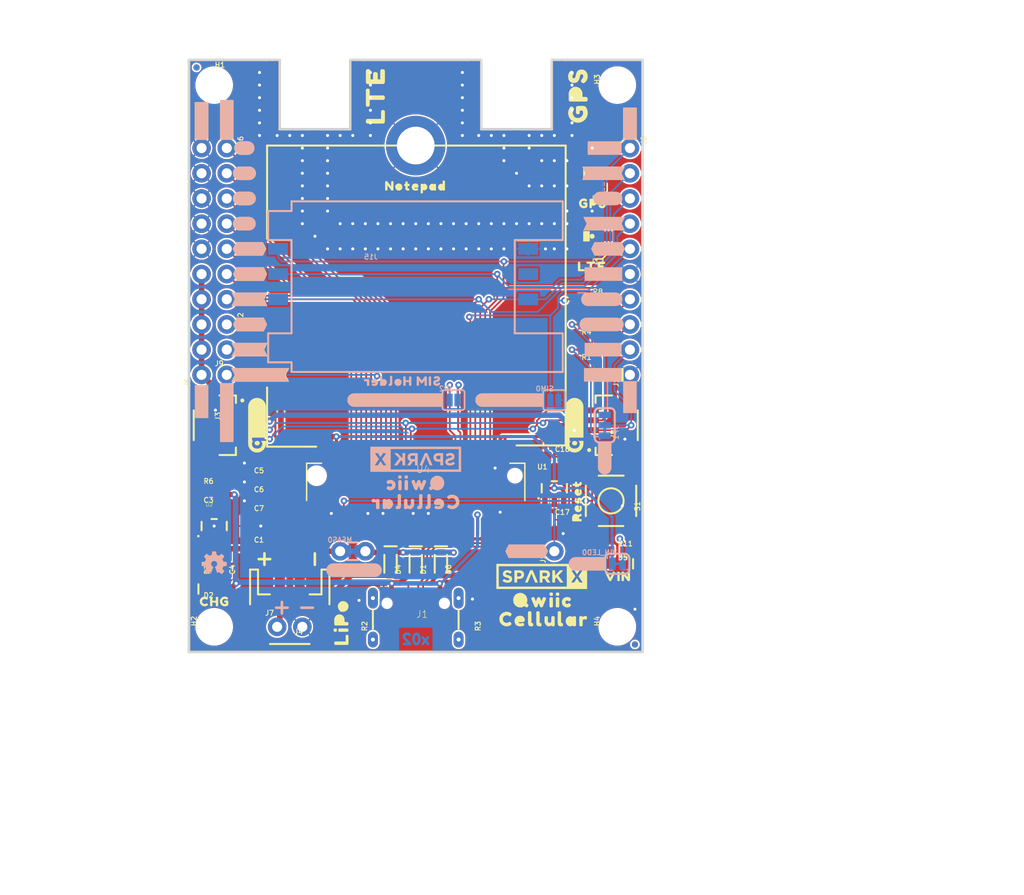
<source format=kicad_pcb>
(kicad_pcb (version 20211014) (generator pcbnew)
  (layers (0 "F.Cu" signal) (31 "B.Cu" signal) (34 "B.Paste" user) (35 "F.Paste" user) (36 "B.SilkS" user "B.Silkscreen") (37 "F.SilkS" user "F.Silkscreen") (38 "B.Mask" user) (39 "F.Mask" user) (44 "Edge.Cuts" user))
  (net 0 "")
  (net 1 "GND")
  (net 2 "3.3V")
  (net 3 "USB_D-")
  (net 4 "USB_D+")
  (net 5 "N$10")
  (net 6 "N$11")
  (net 7 "V_USB")
  (net 8 "SCL")
  (net 9 "SDA")
  (net 10 "N$2")
  (net 11 "N$3")
  (net 12 "TX")
  (net 13 "RX")
  (net 14 "~{RESET}")
  (net 15 "VIN")
  (net 16 "N$7")
  (net 17 "CHG_LED")
  (net 18 "N$4")
  (net 19 "V_BATT")
  (net 20 "N$6")
  (net 21 "N$5")
  (net 22 "SIM_VCC")
  (net 23 "SIM_RST")
  (net 24 "SIM_IO")
  (net 25 "SIM_CLK")
  (net 26 "SIM_~{CD}")
  (net 27 "ATTN")
  (net 28 "AUX_EN")
  (net 29 "AUX_RX")
  (net 30 "AUX_TX")
  (net 31 "AUX1")
  (net 32 "AUX2")
  (net 33 "AUX3")
  (net 34 "AUX4")
  (net 35 "VACT_GPS_IN")
  (net 36 "VACT_GPS_OUT")
  (net 37 "RF_GPS")
  (net 38 "RF_LTE")
  (net 39 "VIN1")
  (net 40 "VIO")
  (footprint "eagleBoard:QWIIC0" (layer "F.Cu") (at 157.2641 129.6416)
    (fp_text reference "U$31" hide)
    (fp_text value "" hide)
  )
  (footprint "eagleBoard:FIDUCIAL-MICRO" (layer "F.Cu") (at 126.4031 75.9206 90)
    (fp_text reference "FD2" hide)
    (fp_text value "FIDUCIALUFIDUCIAL" hide)
  )
  (footprint "eagleBoard:#I�C_#0" (layer "F.Cu") (at 165.9001 106.9086)
    (fp_text reference "U$53" hide)
    (fp_text value "" hide)
  )
  (footprint "eagleBoard:STAND-OFF" (layer "F.Cu") (at 128.1811 132.3086 90)
    (fp_text reference "H2")
    (fp_text value "STAND-OFF")
  )
  (footprint "eagleBoard:CHG1" (layer "F.Cu") (at 126.0221 129.7686)
    (fp_text reference "U$96" hide)
    (fp_text value "" hide)
  )
  (footprint "eagleBoard:1X10_NO_SILK" (layer "F.Cu") (at 126.9111 106.9086 90)
    (fp_text reference "J5")
    (fp_text value "")
  )
  (footprint "eagleBoard:0603" (layer "F.Cu") (at 154.2161 131.6736 -90)
    (fp_text reference "R3")
    (fp_text value "5.1k")
  )
  (footprint "eagleBoard:NOTEPAD0" (layer "F.Cu") (at 144.6911 87.8586)
    (fp_text reference "U$20" hide)
    (fp_text value "" hide)
  )
  (footprint "eagleBoard:RESET1" (layer "F.Cu") (at 164.7571 122.4026 90)
    (fp_text reference "U$92" hide)
    (fp_text value "" hide)
  )
  (footprint "eagleBoard:#ATTN#2" (layer "F.Cu") (at 129.9591 106.9086)
    (fp_text reference "U$50" hide)
    (fp_text value "" hide)
  )
  (footprint "eagleBoard:0603" (layer "F.Cu") (at 126.9111 125.9586 -90)
    (fp_text reference "R7")
    (fp_text value "1k")
  )
  (footprint "eagleBoard:1X04_NO_SILK" (layer "F.Cu") (at 170.0911 106.9086 90)
    (fp_text reference "J14")
    (fp_text value "I2C")
  )
  (footprint "eagleBoard:#GND#0" (layer "F.Cu") (at 126.9111 83.5406 90)
    (fp_text reference "U$22" hide)
    (fp_text value "" hide)
  )
  (footprint "eagleBoard:#SIM#0" (layer "F.Cu") (at 170.0911 83.5406 90)
    (fp_text reference "U$51" hide)
    (fp_text value "" hide)
  )
  (footprint "eagleBoard:USB-C-16P-2LAYER-PADS" (layer "F.Cu") (at 148.5011 128.4986)
    (fp_text reference "J1")
    (fp_text value "" hide)
  )
  (footprint "eagleBoard:GPS_0" (layer "F.Cu") (at 164.8841 82.9056 90)
    (fp_text reference "U$7" hide)
    (fp_text value "" hide)
  )
  (footprint "eagleBoard:SOT23-5" (layer "F.Cu") (at 162.4711 118.3386)
    (fp_text reference "U1")
    (fp_text value "STLQ015-3.3V")
  )
  (footprint "eagleBoard:TACTILE_SWITCH_SMD_5.2MM" (layer "F.Cu") (at 168.1861 119.6086 -90)
    (fp_text reference "S1")
    (fp_text value "Reset")
  )
  (footprint "eagleBoard:0603-RES" (layer "F.Cu") (at 166.2811 99.2886)
    (fp_text reference "R8")
    (fp_text value "DNP" hide)
  )
  (footprint "eagleBoard:FIDUCIAL-MICRO" (layer "F.Cu") (at 170.5991 134.0866 90)
    (fp_text reference "FD1" hide)
    (fp_text value "FIDUCIALUFIDUCIAL" hide)
  )
  (footprint "eagleBoard:1X01_NO_SILK" (layer "F.Cu") (at 162.4711 124.6886 90)
    (fp_text reference "J13")
    (fp_text value "")
  )
  (footprint "eagleBoard:SOD-323" (layer "F.Cu") (at 145.9611 125.9586 -90)
    (fp_text reference "D4")
    (fp_text value "3A/10V/280mV")
  )
  (footprint "eagleBoard:1X07_NO_SILK" (layer "F.Cu") (at 129.4511 84.0486 -90)
    (fp_text reference "J16")
    (fp_text value "")
  )
  (footprint "eagleBoard:SMA-EDGE-SMD" (layer "F.Cu") (at 138.3411 75.1586)
    (fp_text reference "E3" hide)
    (fp_text value "SMA" hide)
  )
  (footprint "eagleBoard:LTE1" (layer "F.Cu") (at 164.1221 95.9866)
    (fp_text reference "U$59" hide)
    (fp_text value "" hide)
  )
  (footprint "eagleBoard:0603" (layer "F.Cu") (at 128.1811 117.0686 180)
    (fp_text reference "R6")
    (fp_text value "2.2k")
  )
  (footprint "eagleBoard:#AUX#0" (layer "F.Cu") (at 129.4511 83.5406 90)
    (fp_text reference "U$40" hide)
    (fp_text value "" hide)
  )
  (footprint "eagleBoard:VIN1" (layer "F.Cu") (at 166.9161 127.2286)
    (fp_text reference "U$94" hide)
    (fp_text value "" hide)
  )
  (footprint "eagleBoard:1210" (layer "F.Cu") (at 133.2611 122.1486 180)
    (fp_text reference "C1")
    (fp_text value "22uF")
  )
  (footprint "eagleBoard:STAND-OFF" (layer "F.Cu") (at 168.8211 132.3086 90)
    (fp_text reference "H4")
    (fp_text value "STAND-OFF")
  )
  (footprint "eagleBoard:GPS0" (layer "F.Cu") (at 164.2491 89.6366)
    (fp_text reference "U$58" hide)
    (fp_text value "" hide)
  )
  (footprint "eagleBoard:JST-2-SMD" (layer "F.Cu") (at 135.8011 131.0386 180)
    (fp_text reference "J4")
    (fp_text value "")
  )
  (footprint "eagleBoard:#1#1" (layer "F.Cu") (at 130.2131 84.0486)
    (fp_text reference "U$41" hide)
    (fp_text value "" hide)
  )
  (footprint "eagleBoard:QWIIC_5.5MM" (layer "F.Cu") (at 132.4991 111.9886 90)
    (fp_text reference "LOGO5" hide)
    (fp_text value "QWIIC_LOGO_CONNECTOR" hide)
  )
  (footprint "eagleBoard:SOD-323" (layer "F.Cu") (at 148.5011 125.9586 -90)
    (fp_text reference "D1")
    (fp_text value "3A/10V/280mV")
  )
  (footprint "eagleBoard:0603" (layer "F.Cu") (at 142.7861 131.6736 -90)
    (fp_text reference "R2")
    (fp_text value "5.1k")
  )
  (footprint "eagleBoard:1X06_NO_SILK" (layer "F.Cu") (at 170.0911 84.0486 -90)
    (fp_text reference "J6")
    (fp_text value "External SIM")
  )
  (footprint "eagleBoard:0603" (layer "F.Cu") (at 168.8211 124.6886)
    (fp_text reference "R11")
    (fp_text value "1k")
  )
  (footprint "eagleBoard:SPARKX-MEDIUM" (layer "F.Cu") (at 161.2011 127.2286)
    (fp_text reference "U$56" hide)
    (fp_text value "SPARKX-LOGO4" hide)
  )
  (footprint "eagleBoard:1X02_NO_SILK" (layer "F.Cu") (at 129.4511 101.8286 -90)
    (fp_text reference "J2")
    (fp_text value "")
  )
  (footprint "eagleBoard:STAND-OFF" (layer "F.Cu") (at 168.8211 77.6986 90)
    (fp_text reference "H3")
    (fp_text value "STAND-OFF")
  )
  (footprint "eagleBoard:STAND-OFF" (layer "F.Cu") (at 128.1811 77.6986)
    (fp_text reference "H1")
    (fp_text value "STAND-OFF")
  )
  (footprint "eagleBoard:#4#4" (layer "F.Cu") (at 130.0861 91.6686)
    (fp_text reference "U$44" hide)
    (fp_text value "" hide)
  )
  (footprint "eagleBoard:#RX#0" (layer "F.Cu") (at 130.0861 101.8286)
    (fp_text reference "U$48" hide)
    (fp_text value "" hide)
  )
  (footprint "eagleBoard:#TX#1" (layer "F.Cu") (at 129.9591 104.3686)
    (fp_text reference "U$49" hide)
    (fp_text value "" hide)
  )
  (footprint "eagleBoard:JST04_1MM_RA" (layer "F.Cu") (at 166.2811 111.9886 90)
    (fp_text reference "J8")
    (fp_text value "QWIIC_RIGHT_ANGLE")
  )
  (footprint "eagleBoard:0603" (layer "F.Cu") (at 133.2611 117.7036 180)
    (fp_text reference "C6")
    (fp_text value "0.1uF")
  )
  (footprint "eagleBoard:0603" (layer "F.Cu") (at 166.2811 101.8286 180)
    (fp_text reference "R4")
    (fp_text value "2.2k")
  )
  (footprint "eagleBoard:QWIIC_5.5MM" (layer "F.Cu") (at 164.5031 111.9886 90)
    (fp_text reference "LOGO2" hide)
    (fp_text value "QWIIC_LOGO_CONNECTOR" hide)
  )
  (footprint "eagleBoard:#RX#6" (layer "F.Cu") (at 130.0861 96.7486)
    (fp_text reference "U$46" hide)
    (fp_text value "" hide)
  )
  (footprint "eagleBoard:LTE_1" (layer "F.Cu") (at 144.4371 83.0326 90)
    (fp_text reference "U$12" hide)
    (fp_text value "" hide)
  )
  (footprint "eagleBoard:#2#2" (layer "F.Cu") (at 130.0861 86.5886)
    (fp_text reference "U$42" hide)
    (fp_text value "" hide)
  )
  (footprint "eagleBoard:SOD-323" (layer "F.Cu") (at 151.0411 125.9586 -90)
    (fp_text reference "D6")
    (fp_text value "3A/10V/280mV")
  )
  (footprint "eagleBoard:U.FL" (layer "F.Cu") (at 166.2811 86.5886 180)
    (fp_text reference "J10")
    (fp_text value "U.FL")
  )
  (footprint "eagleBoard:SMA-EDGE-SMD" (layer "F.Cu") (at 158.6611 75.1586)
    (fp_text reference "E4" hide)
    (fp_text value "SMA" hide)
  )
  (footprint "eagleBoard:#3#3" (layer "F.Cu") (at 130.0861 89.1286)
    (fp_text reference "U$43" hide)
    (fp_text value "" hide)
  )
  (footprint "eagleBoard:STAND-OFF-REFLOW-M2.5" (layer "F.Cu") (at 148.5011 83.7946)
    (fp_text reference "H5" hide)
    (fp_text value "STAND-OFF" hide)
  )
  (footprint "eagleBoard:SOT23-5" (layer "F.Cu") (at 128.1811 122.1486)
    (fp_text reference "U2")
    (fp_text value "MCP73831")
  )
  (footprint "eagleBoard:M.2-CONNECTOR-E" (layer "F.Cu") (at 148.5011 117.0686)
    (fp_text reference "U4")
    (fp_text value "BLUES NOTECARD")
  )
  (footprint "eagleBoard:0603" (layer "F.Cu") (at 129.4511 125.9586 -90)
    (fp_text reference "C4")
    (fp_text value "4.7uF")
  )
  (footprint "eagleBoard:1X01_NO_SILK" (layer "F.Cu") (at 129.4511 106.9086)
    (fp_text reference "J9")
    (fp_text value "")
  )
  (footprint "eagleBoard:#TX#5" (layer "F.Cu") (at 129.9591 99.2886)
    (fp_text reference "U$47" hide)
    (fp_text value "" hide)
  )
  (footprint "eagleBoard:0603" (layer "F.Cu") (at 133.2611 115.7986 180)
    (fp_text reference "C5")
    (fp_text value "1.0uF")
  )
  (footprint "eagleBoard:JST04_1MM_RA" (layer "F.Cu") (at 130.7211 111.9886 -90)
    (fp_text reference "J3")
    (fp_text value "QWIIC_RIGHT_ANGLE")
  )
  (footprint "eagleBoard:0603" (layer "F.Cu") (at 166.2811 104.3686 180)
    (fp_text reference "R1")
    (fp_text value "2.2k")
  )
  (footprint "eagleBoard:#EN#0" (layer "F.Cu") (at 130.0861 94.2086)
    (fp_text reference "U$45" hide)
    (fp_text value "" hide)
  )
  (footprint "eagleBoard:LED-0603" (layer "F.Cu") (at 168.8211 125.9586)
    (fp_text reference "D5")
    (fp_text value "RED")
  )
  (footprint "eagleBoard:CREATIVE_COMMONS" (layer "F.Cu") (at 126.9111 158.9786)
    (fp_text reference "FRAME1" hide)
    (fp_text value "FRAME-LEDGER" hide)
  )
  (footprint "eagleBoard:CELLULAR1" (layer "F.Cu") (at 155.8671 131.5466)
    (fp_text reference "U$29" hide)
    (fp_text value "" hide)
  )
  (footprint "eagleBoard:LED-0603" (layer "F.Cu") (at 128.1811 128.4986 180)
    (fp_text reference "D2")
    (fp_text value "Yellow")
  )
  (footprint "eagleBoard:U.FL" (layer "F.Cu") (at 166.2811 92.9386 180)
    (fp_text reference "J12")
    (fp_text value "U.FL")
  )
  (footprint "eagleBoard:0603" (layer "F.Cu") (at 133.2611 119.6086 180)
    (fp_text reference "C7")
    (fp_text value "0.22uF")
  )
  (footprint "eagleBoard:0603" (layer "F.Cu") (at 162.4711 121.5136)
    (fp_text reference "C17")
    (fp_text value "1.0uF")
  )
  (footprint "eagleBoard:LIPO0" (layer "F.Cu") (at 141.0081 135.2296 90)
    (fp_text reference "U$15" hide)
    (fp_text value "" hide)
  )
  (footprint "eagleBoard:0603" (layer "F.Cu") (at 128.1811 118.9736 180)
    (fp_text reference "C3")
    (fp_text value "4.7uF")
  )
  (footprint "eagleBoard:0603" (layer "F.Cu") (at 162.4711 115.1636)
    (fp_text reference "C18")
    (fp_text value "1.0uF")
  )
  (footprint "eagleBoard:1X02_NO_SILK" (layer "F.Cu") (at 134.5311 132.3086)
    (fp_text reference "J7")
    (fp_text value "")
  )
  (footprint "eagleBoard:#GND#0" (layer "B.Cu") (at 126.9111 83.5406 90)
    (fp_text reference "U$18" hide)
    (fp_text value "" hide)
  )
  (footprint "eagleBoard:#TX#1" (layer "B.Cu") (at 133.5151 104.3686 180)
    (fp_text reference "U$54" hide)
    (fp_text value "" hide)
  )
  (footprint "eagleBoard:COMBO-JUMPER_2_NC_TRACE" (layer "B.Cu") (at 142.1511 124.6886 180)
    (fp_text reference "MEAS0")
    (fp_text value "")
  )
  (footprint "eagleBoard:#RX#0" (layer "B.Cu") (at 133.5151 101.8286 180)
    (fp_text reference "U$52" hide)
    (fp_text value "" hide)
  )
  (footprint "eagleBoard:SMT-JUMPER_3_2-NC_TRACE_SILK" (layer "B.Cu") (at 167.5511 111.9886 90)
    (fp_text reference "JP1")
    (fp_text value "")
  )
  (footprint "eagleBoard:#AUX#0" (layer "B.Cu") (at 129.4511 83.5406 90)
    (fp_text reference "U$11" hide)
    (fp_text value "" hide)
  )
  (footprint "eagleBoard:#SIM_CD#0" (layer "B.Cu") (at 161.7091 109.4486 180)
    (fp_text reference "U$25" hide)
    (fp_text value "" hide)
  )
  (footprint "eagleBoard:OSHW-LOGO-MINI" (layer "B.Cu") (at 128.1811 125.9586 180)
    (fp_text reference "LOGO3" hide)
    (fp_text value "OSHW-LOGOMINI" hide)
  )
  (footprint "eagleBoard:CELLULAR1" (layer "B.Cu") (at 153.9621 119.7356 180)
    (fp_text reference "U$32" hide)
    (fp_text value "" hide)
  )
  (footprint "eagleBoard:FIDUCIAL-MICRO" (layer "B.Cu") (at 170.5991 134.0866 -90)
    (fp_text reference "FD3" hide)
    (fp_text value "FIDUCIALUFIDUCIAL" hide)
  )
  (footprint "eagleBoard:SMT-JUMPER_2_NO_SILK" (layer "B.Cu") (at 162.4711 109.4486 180)
    (fp_text reference "SIM0")
    (fp_text value "")
  )
  (footprint "eagleBoard:#CLK#3" (layer "B.Cu") (at 169.5831 91.6686 180)
    (fp_text reference "U$36" hide)
    (fp_text value "" hide)
  )
  (footprint "eagleBoard:#IO#2" (layer "B.Cu") (at 169.3291 89.1286 180)
    (fp_text reference "U$37" hide)
    (fp_text value "" hide)
  )
  (footprint "eagleBoard:SMT-JUMPER_2_NO_SILK" (layer "B.Cu") (at 152.3111 109.4486 180)
    (fp_text reference "JP2")
    (fp_text value "GPS_ANT_PWR")
  )
  (footprint "eagleBoard:#3V3#2" (layer "B.Cu") (at 169.5831 104.3686 180)
    (fp_text reference "U$2" hide)
    (fp_text value "" hide)
  )
  (footprint "eagleBoard:#EN#0" (layer "B.Cu") (at 133.3881 94.2086 180)
    (fp_text reference "U$19" hide)
    (fp_text value "" hide)
  )
  (footprint "eagleBoard:#RST#0" (layer "B.Cu") (at 161.8361 124.6886 180)
    (fp_text reference "U$30" hide)
    (fp_text value "" hide)
  )
  (footprint "eagleBoard:#GND#0" (layer "B.Cu") (at 169.6466 96.7486 180)
    (fp_text reference "U$3" hide)
    (fp_text value "" hide)
  )
  (footprint "eagleBoard:#VIN#0" (layer "B.Cu") (at 126.9111 111.6076 90)
    (fp_text reference "U$23" hide)
    (fp_text value "" hide)
  )
  (footprint "eagleBoard:SPARKX-MEDIUM" (layer "B.Cu") (at 148.5011 115.4176 180)
    (fp_text reference "U$57" hide)
    (fp_text value "SPARKX-LOGO4" hide)
  )
  (footprint "eagleBoard:QWIIC0" (layer "B.Cu") (at 152.4381 117.8306 180)
    (fp_text reference "U$26" hide)
    (fp_text value "" hide)
  )
  (footprint "eagleBoard:#2#2" (layer "B.Cu") (at 132.3721 86.5886 180)
    (fp_text reference "U$4" hide)
    (fp_text value "" hide)
  )
  (footprint "eagleBoard:#1#1" (layer "B.Cu") (at 132.2451 84.0486 180)
    (fp_text reference "U$1" hide)
    (fp_text value "" hide)
  )
  (footprint "eagleBoard:SIMHOLDER" (layer "B.Cu") (at 147.2311 98.0186)
    (fp_text reference "J15")
    (fp_text value "SIM Socket")
  )
  (footprint "eagleBoard:#MEAS#3" (layer "B.Cu") (at 145.0721 126.5936 180)
    (fp_text reference "U$28" hide)
    (fp_text value "" hide)
  )
  (footprint "eagleBoard:#ATTN#2" (layer "B.Cu") (at 135.6741 106.9086 180)
    (fp_text reference "U$55" hide)
    (fp_text value "" hide)
  )
  (footprint "eagleBoard:#4#4" (layer "B.Cu") (at 132.3721 91.6686 180)
    (fp_text reference "U$6" hide)
    (fp_text value "" hide)
  )
  (footprint "eagleBoard:#3#3" (layer "B.Cu") (at 132.3721 89.1286 180)
    (fp_text reference "U$5" hide)
    (fp_text value "" hide)
  )
  (footprint "eagleBoard:#SCL#1" (layer "B.Cu") (at 169.3291 99.2886 180)
    (fp_text reference "U$17" hide)
    (fp_text value "" hide)
  )
  (footprint "eagleBoard:#SERIAL#1" (layer "B.Cu") (at 129.4511 114.0206 90)
    (fp_text reference "U$8" hide)
    (fp_text value "" hide)
  )
  (footprint "eagleBoard:#SDA#0" (layer "B.Cu") (at 169.4561 101.8286 180)
    (fp_text reference "U$21" hide)
    (fp_text value "" hide)
  )
  (footprint "eagleBoard:#1V8#4" (layer "B.Cu") (at 169.5831 84.0486 180)
    (fp_text reference "U$35" hide)
    (fp_text value "" hide)
  )
  (footprint "eagleBoard:#VIN#1" (layer "B.Cu") (at 167.9321 125.9586 180)
    (fp_text reference "U$33" hide)
    (fp_text value "" hide)
  )
  (footprint "eagleBoard:#SIM#0" (layer "B.Cu") (at 170.0911 83.5406 90)
    (fp_text reference "U$39" hide)
    (fp_text value "" hide)
  )
  (footprint "eagleBoard:#RX#6" (layer "B.Cu") (at 133.5151 96.7486 180)
    (fp_text reference "U$14" hide)
    (fp_text value "" hide)
  )
  (footprint "eagleBoard:FIDUCIAL-MICRO" (layer "B.Cu") (at 126.4031 75.9206 -90)
    (fp_text reference "FD4" hide)
    (fp_text value "FIDUCIALUFIDUCIAL" hide)
  )
  (footprint "eagleBoard:#I�C_#0" (layer "B.Cu") (at 170.0911 111.0996 90)
    (fp_text reference "U$9" hide)
    (fp_text value "" hide)
  )
  (footprint "eagleBoard:#TX#5" (layer "B.Cu") (at 133.5151 99.2886 180)
    (fp_text reference "U$16" hide)
    (fp_text value "" hide)
  )
  (footprint "eagleBoard:#RST#5" (layer "B.Cu") (at 169.5831 86.5886 180)
    (fp_text reference "U$38" hide)
    (fp_text value "" hide)
  )
  (footprint "eagleBoard:SIM_HOLDER0" (layer "B.Cu") (at 151.6761 107.5436 180)
    (fp_text reference "U$27" hide)
    (fp_text value "" hide)
  )
  (footprint "eagleBoard:SMT-JUMPER_2_NC_TRACE_SILK" (layer "B.Cu") (at 168.8211 125.9586 180)
    (fp_text reference "VIN_LED0")
    (fp_text value "")
  )
  (footprint "eagleBoard:#I�C#0" (layer "B.Cu") (at 167.5511 116.9416 90)
    (fp_text reference "U$10" hide)
    (fp_text value "" hide)
  )
  (footprint "eagleBoard:#GND#3" (layer "B.Cu") (at 169.5831 106.9086 180)
    (fp_text reference "U$13" hide)
    (fp_text value "" hide)
  )
  (footprint "eagleBoard:#VACT_GPS#0" (layer "B.Cu") (at 151.5491 109.4486 180)
    (fp_text reference "U$24" hide)
    (fp_text value "" hide)
  )
  (footprint "eagleBoard:##CD##1" (layer "B.Cu") (at 169.5831 94.2086 180)
    (fp_text reference "U$34" hide)
    (fp_text value "" hide)
  )
  (gr_line (start 163.6141 114.0206) (end 158.6611 114.0206) (layer "F.SilkS") (width 0.2032))
  (gr_line (start 138.4681 114.1476) (end 133.5151 114.1476) (layer "F.SilkS") (width 0.2032))
  (gr_line (start 133.5151 108.1786) (end 133.5151 114.1476) (layer "F.SilkS") (width 0.2032))
  (gr_line (start 133.5151 83.7946) (end 163.6141 83.7946) (layer "F.SilkS") (width 0.2032))
  (gr_line (start 163.6141 83.7946) (end 163.6141 114.0206) (layer "F.SilkS") (width 0.2032))
  (gr_line (start 133.5151 93.1926) (end 133.5151 83.7946) (layer "F.SilkS") (width 0.2032))
  (gr_line (start 155.1051 82.1436) (end 162.2171 82.1436) (layer "Edge.Cuts") (width 0.254))
  (gr_line (start 125.6411 134.8486) (end 125.6411 75.1586) (layer "Edge.Cuts") (width 0.254))
  (gr_line (start 125.6411 75.1586) (end 134.7851 75.1586) (layer "Edge.Cuts") (width 0.254))
  (gr_line (start 141.8971 82.1436) (end 141.8971 75.1586) (layer "Edge.Cuts") (width 0.254))
  (gr_line (start 155.1051 75.1586) (end 155.1051 82.1436) (layer "Edge.Cuts") (width 0.254))
  (gr_line (start 171.3611 75.1586) (end 171.3611 134.8486) (layer "Edge.Cuts") (width 0.254))
  (gr_line (start 134.7851 75.1586) (end 134.7851 82.1436) (layer "Edge.Cuts") (width 0.254))
  (gr_line (start 171.3611 134.8486) (end 125.6411 134.8486) (layer "Edge.Cuts") (width 0.254))
  (gr_line (start 162.2171 75.1586) (end 171.3611 75.1586) (layer "Edge.Cuts") (width 0.254))
  (gr_line (start 141.8971 75.1586) (end 155.1051 75.1586) (layer "Edge.Cuts") (width 0.254))
  (gr_line (start 162.2171 82.1436) (end 162.2171 75.1586) (layer "Edge.Cuts") (width 0.254))
  (gr_line (start 134.7851 82.1436) (end 141.8971 82.1436) (layer "Edge.Cuts") (width 0.254))
  (gr_text "x02" (at 148.5011 133.5786) (layer "B.Cu") (effects (font (size 1.016 1.016) (thickness 0.254)) (justify mirror)))
  (gr_text "-" (at 136.4361 129.3876) (layer "B.SilkS") (effects (font (size 1.5113 1.5113) (thickness 0.2667)) (justify right top mirror)))
  (gr_text "+" (at 133.8961 129.3876) (layer "B.SilkS") (effects (font (size 1.5113 1.5113) (thickness 0.2667)) (justify right top mirror)))
  (gr_text "-" (at 139.1031 126.5936 90) (layer "F.SilkS") (effects (font (size 1.5113 1.5113) (thickness 0.2667)) (justify left bottom)))
  (gr_text "+" (at 134.0231 126.5936 90) (layer "F.SilkS") (effects (font (size 1.5113 1.5113) (thickness 0.2667)) (justify left bottom)))
  (via (at 161.2011 85.3186) (size 0.6604) (drill 0.3048) (layers "F.Cu" "B.Cu") (net 1))
  (via (at 137.0711 84.0486) (size 0.6604) (drill 0.3048) (layers "F.Cu" "B.Cu") (net 1))
  (via (at 144.6911 94.2086) (size 0.6604) (drill 0.3048) (layers "F.Cu" "B.Cu") (net 1))
  (via (at 162.4711 85.3186) (size 0.6604) (drill 0.3048) (layers "F.Cu" "B.Cu") (net 1))
  (via (at 140.8811 82.7786) (size 0.6604) (drill 0.3048) (layers "F.Cu" "B.Cu") (net 1))
  (via (at 137.0711 82.7786) (size 0.6604) (drill 0.3048) (layers "F.Cu" "B.Cu") (net 1))
  (via (at 163.7411 91.6686) (size 0.6604) (drill 0.3048) (layers "F.Cu" "B.Cu") (net 1))
  (via (at 143.4211 94.2086) (size 0.6604) (drill 0.3048) (layers "F.Cu" "B.Cu") (net 1))
  (via (at 142.1511 82.7786) (size 0.6604) (drill 0.3048) (layers "F.Cu" "B.Cu") (net 1))
  (via (at 143.9291 80.2386) (size 0.6604) (drill 0.3048) (layers "F.Cu" "B.Cu") (net 1))
  (via (at 137.0711 90.3986) (size 0.6604) (drill 0.3048) (layers "F.Cu" "B.Cu") (net 1))
  (via (at 154.8511 94.2086) (size 0.6604) (drill 0.3048) (layers "F.Cu" "B.Cu") (net 1))
  (via (at 158.6611 86.5886) (size 0.6604) (drill 0.3048) (layers "F.Cu" "B.Cu") (net 1))
  (via (at 157.3911 94.2086) (size 0.6604) (drill 0.3048) (layers "F.Cu" "B.Cu") (net 1))
  (via (at 139.6111 86.5886) (size 0.6604) (drill 0.3048) (layers "F.Cu" "B.Cu") (net 1))
  (via (at 163.3601 122.9106) (size 0.6604) (drill 0.3048) (layers "F.Cu" "B.Cu") (net 1))
  (via (at 138.3411 92.9386) (size 0.6604) (drill 0.3048) (layers "F.Cu" "B.Cu") (net 1))
  (via (at 158.6611 91.6686) (size 0.6604) (drill 0.3048) (layers "F.Cu" "B.Cu") (net 1))
  (via (at 140.8811 91.6686) (size 0.6604) (drill 0.3048) (layers "F.Cu" "B.Cu") (net 1))
  (via (at 159.9311 91.6686) (size 0.6604) (drill 0.3048) (layers "F.Cu" "B.Cu") (net 1))
  (via (at 144.6911 91.6686) (size 0.6604) (drill 0.3048) (layers "F.Cu" "B.Cu") (net 1))
  (via (at 132.7531 80.2386) (size 0.6604) (drill 0.3048) (layers "F.Cu" "B.Cu") (net 1))
  (via (at 154.8511 91.6686) (size 0.6604) (drill 0.3048) (layers "F.Cu" "B.Cu") (net 1))
  (via (at 170.5991 130.5306) (size 0.6604) (drill 0.3048) (layers "F.Cu" "B.Cu") (net 1))
  (via (at 163.7411 94.2086) (size 0.6604) (drill 0.3048) (layers "F.Cu" "B.Cu") (net 1))
  (via (at 162.4711 91.6686) (size 0.6604) (drill 0.3048) (layers "F.Cu" "B.Cu") (net 1))
  (via (at 156.1211 91.6686) (size 0.6604) (drill 0.3048) (layers "F.Cu" "B.Cu") (net 1))
  (via (at 132.7531 82.7786) (size 0.6604) (drill 0.3048) (layers "F.Cu" "B.Cu") (net 1))
  (via (at 139.6111 90.3986) (size 0.6604) (drill 0.3048) (layers "F.Cu" "B.Cu") (net 1))
  (via (at 142.1511 91.6686) (size 0.6604) (drill 0.3048) (layers "F.Cu" "B.Cu") (net 1))
  (via (at 137.0711 89.1286) (size 0.6604) (drill 0.3048) (layers "F.Cu" "B.Cu") (net 1))
  (via (at 128.3081 110.4646) (size 0.6604) (drill 0.3048) (layers "F.Cu" "B.Cu") (net 1))
  (via (at 153.2001 77.6986) (size 0.6604) (drill 0.3048) (layers "F.Cu" "B.Cu") (net 1))
  (via (at 148.5011 91.6686) (size 0.6604) (drill 0.3048) (layers "F.Cu" "B.Cu") (net 1))
  (via (at 157.0101 120.7516) (size 0.6604) (drill 0.3048) (layers "F.Cu" "B.Cu") (net 1))
  (via (at 142.1511 94.2086) (size 0.6604) (drill 0.3048) (layers "F.Cu" "B.Cu") (net 1))
  (via (at 164.2491 76.4286) (size 0.6604) (drill 0.3048) (layers "F.Cu" "B.Cu") (net 1))
  (via (at 157.3911 84.0486) (size 0.6604) (drill 0.3048) (layers "F.Cu" "B.Cu") (net 1))
  (via (at 161.2011 87.8586) (size 0.6604) (drill 0.3048) (layers "F.Cu" "B.Cu") (net 1))
  (via (at 142.7861 129.6416) (size 0.6604) (drill 0.3048) (layers "F.Cu" "B.Cu") (net 1))
  (via (at 153.2001 76.4286) (size 0.6604) (drill 0.3048) (layers "F.Cu" "B.Cu") (net 1))
  (via (at 164.2491 80.2386) (size 0.6604) (drill 0.3048) (layers "F.Cu" "B.Cu") (net 1))
  (via (at 135.8011 82.7786) (size 0.6604) (drill 0.3048) (layers "F.Cu" "B.Cu") (net 1))
  (via (at 131.2291 117.7036) (size 0.6604) (drill 0.3048) (layers "F.Cu" "B.Cu") (net 1))
  (via (at 154.2161 129.5146) (size 0.6604) (drill 0.3048) (layers "F.Cu" "B.Cu") (net 1))
  (via (at 151.0411 91.6686) (size 0.6604) (drill 0.3048) (layers "F.Cu" "B.Cu") (net 1))
  (via (at 148.2471 120.8786) (size 0.6604) (drill 0.3048) (layers "F.Cu" "B.Cu") (net 1))
  (via (at 152.3111 94.2086) (size 0.6604) (drill 0.3048) (layers "F.Cu" "B.Cu") (net 1))
  (via (at 139.6111 85.3186) (size 0.6604) (drill 0.3048) (layers "F.Cu" "B.Cu") (net 1))
  (via (at 132.7531 77.6986) (size 0.6604) (drill 0.3048) (layers "F.Cu" "B.Cu") (net 1))
  (via (at 143.9291 78.9686) (size 0.6604) (drill 0.3048) (layers "F.Cu" "B.Cu") (net 1))
  (via (at 162.4711 87.8586) (size 0.6604) (drill 0.3048) (layers "F.Cu" "B.Cu") (net 1))
  (via (at 132.8801 122.1486) (size 0.6604) (drill 0.3048) (layers "F.Cu" "B.Cu") (net 1))
  (via (at 128.1811 122.1486) (size 0.6604) (drill 0.3048) (layers "F.Cu" "B.Cu") (net 1))
  (via (at 166.2811 90.3986) (size 0.6604) (drill 0.3048) (layers "F.Cu" "B.Cu") (net 1))
  (via (at 143.9291 82.7786) (size 0.6604) (drill 0.3048) (layers "F.Cu" "B.Cu") (net 1))
  (via (at 163.7411 87.8586) (size 0.6604) (drill 0.3048) (layers "F.Cu" "B.Cu") (net 1))
  (via (at 163.7411 90.3986) (size 0.6604) (drill 0.3048) (layers "F.Cu" "B.Cu") (net 1))
  (via (at 139.9921 120.8786) (size 0.6604) (drill 0.3048) (layers "F.Cu" "B.Cu") (net 1))
  (via (at 164.2491 77.6986) (size 0.6604) (drill 0.3048) (layers "F.Cu" "B.Cu") (net 1))
  (via (at 161.2011 91.6686) (size 0.6604) (drill 0.3048) (layers "F.Cu" "B.Cu") (net 1))
  (via (at 140.8811 94.2086) (size 0.6604) (drill 0.3048) (layers "F.Cu" "B.Cu") (net 1))
  (via (at 159.9311 84.0486) (size 0.6604) (drill 0.3048) (layers "F.Cu" "B.Cu") (net 1))
  (via (at 149.7711 91.6686) (size 0.6604) (drill 0.3048) (layers "F.Cu" "B.Cu") (net 1))
  (via (at 139.6111 82.7786) (size 0.6604) (drill 0.3048) (layers "F.Cu" "B.Cu") (net 1))
  (via (at 169.5831 113.3856) (size 0.6604) (drill 0.3048) (layers "F.Cu" "B.Cu") (net 1))
  (via (at 153.2001 80.2386) (size 0.6604) (drill 0.3048) (layers "F.Cu" "B.Cu") (net 1))
  (via (at 145.9611 91.6686) (size 0.6604) (drill 0.3048) (layers "F.Cu" "B.Cu") (net 1))
  (via (at 143.9291 76.4286) (size 0.6604) (drill 0.3048) (layers "F.Cu" "B.Cu") (net 1))
  (via (at 157.3911 85.3186) (size 0.6604) (drill 0.3048) (layers "F.Cu" "B.Cu") (net 1))
  (via (at 132.7531 78.9686) (size 0.6604) (drill 0.3048) (layers "F.Cu" "B.Cu") (net 1))
  (via (at 159.9311 87.8586) (size 0.6604) (drill 0.3048) (layers "F.Cu" "B.Cu") (net 1))
  (via (at 151.0411 94.2086) (size 0.6604) (drill 0.3048) (layers "F.Cu" "B.Cu") (net 1))
  (via (at 139.6111 89.1286) (size 0.6604) (drill 0.3048) (layers "F.Cu" "B.Cu") (net 1))
  (via (at 162.4711 82.7786) (size 0.6604) (drill 0.3048) (layers "F.Cu" "B.Cu") (net 1))
  (via (at 161.2011 82.7786) (size 0.6604) (drill 0.3048) (layers "F.Cu" "B.Cu") (net 1))
  (via (at 153.2001 82.7786) (size 0.6604) (drill 0.3048) (layers "F.Cu" "B.Cu") (net 1))
  (via (at 153.5811 91.6686) (size 0.6604) (drill 0.3048) (layers "F.Cu" "B.Cu") (net 1))
  (via (at 164.2491 78.9686) (size 0.6604) (drill 0.3048) (layers "F.Cu" "B.Cu") (net 1))
  (via (at 131.2291 119.6086) (size 0.6604) (drill 0.3048) (layers "F.Cu" "B.Cu") (net 1))
  (via (at 148.5011 94.2086) (size 0.6604) (drill 0.3048) (layers "F.Cu" "B.Cu") (net 1))
  (via (at 147.2311 91.6686) (size 0.6604) (drill 0.3048) (layers "F.Cu" "B.Cu") (net 1))
  (via (at 153.2001 81.5086) (size 0.6604) (drill 0.3048) (layers "F.Cu" "B.Cu") (net 1))
  (via (at 147.2311 94.2086) (size 0.6604) (drill 0.3048) (layers "F.Cu" "B.Cu") (net 1))
  (via (at 145.9611 94.2086) (size 0.6604) (drill 0.3048) (layers "F.Cu" "B.Cu") (net 1))
  (via (at 162.4711 94.2086) (size 0.6604) (drill 0.3048) (layers "F.Cu" "B.Cu") (net 1))
  (via (at 132.7531 76.4286) (size 0.6604) (drill 0.3048) (layers "F.Cu" "B.Cu") (net 1))
  (via (at 154.8511 82.7786) (size 0.6604) (drill 0.3048) (layers "F.Cu" "B.Cu") (net 1))
  (via (at 139.6111 84.0486) (size 0.6604) (drill 0.3048) (layers "F.Cu" "B.Cu") (net 1))
  (via (at 137.0711 87.8586) (size 0.6604) (drill 0.3048) (layers "F.Cu" "B.Cu") (net 1))
  (via (at 159.9311 82.7786) (size 0.6604) (drill 0.3048) (layers "F.Cu" "B.Cu") (net 1))
  (via (at 153.5811 94.2086) (size 0.6604) (drill 0.3048) (layers "F.Cu" "B.Cu") (net 1))
  (via (at 131.2291 115.7986) (size 0.6604) (drill 0.3048) (layers "F.Cu" "B.Cu") (net 1))
  (via (at 164.2491 82.7786) (size 0.6604) (drill 0.3048) (layers "F.Cu" "B.Cu") (net 1))
  (via (at 137.0711 85.3186) (size 0.6604) (drill 0.3048) (layers "F.Cu" "B.Cu") (net 1))
  (via (at 143.6751 120.8786) (size 0.6604) (drill 0.3048) (layers "F.Cu" "B.Cu") (net 1))
  (via (at 152.3111 91.6686) (size 0.6604) (drill 0.3048) (layers "F.Cu" "B.Cu") (net 1))
  (via (at 156.5021 116.3066) (size 0.6604) (drill 0.3048) (layers "F.Cu" "B.Cu") (net 1))
  (via (at 149.7711 94.2086) (size 0.6604) (drill 0.3048) (layers "F.Cu" "B.Cu") (net 1))
  (via (at 137.0711 86.5886) (size 0.6604) (drill 0.3048) (layers "F.Cu" "B.Cu") (net 1))
  (via (at 153.2001 78.9686) (size 0.6604) (drill 0.3048) (layers "F.Cu" "B.Cu") (net 1))
  (via (at 143.9291 81.5086) (size 0.6604) (drill 0.3048) (layers "F.Cu" "B.Cu") (net 1))
  (via (at 157.3911 91.6686) (size 0.6604) (drill 0.3048) (layers "F.Cu" "B.Cu") (net 1))
  (via (at 157.3911 82.7786) (size 0.6604) (drill 0.3048) (layers "F.Cu" "B.Cu") (net 1))
  (via (at 134.5311 82.7786) (size 0.6604) (drill 0.3048) (layers "F.Cu" "B.Cu") (net 1))
  (via (at 145.1991 120.8786) (size 0.6604) (drill 0.3048) (layers "F.Cu" "B.Cu") (net 1))
  (via (at 161.5821 94.2086) (size 0.6604) (drill 0.3048) (layers "F.Cu" "B.Cu") (net 1))
  (via (at 139.6111 94.2086) (size 0.6604) (drill 0.3048) (layers "F.Cu" "B.Cu") (net 1))
  (via (at 156.1211 94.2086) (size 0.6604) (drill 0.3048) (layers "F.Cu" "B.Cu") (net 1))
  (via (at 164.2491 81.5086) (size 0.6604) (drill 0.3048) (layers "F.Cu" "B.Cu") (net 1))
  (via (at 156.1211 82.7786) (size 0.6604) (drill 0.3048) (layers "F.Cu" "B.Cu") (net 1))
  (via (at 139.6111 87.8586) (size 0.6604) (drill 0.3048) (layers "F.Cu" "B.Cu") (net 1))
  (via (at 143.4211 91.6686) (size 0.6604) (drill 0.3048) (layers "F.Cu" "B.Cu") (net 1))
  (via (at 166.2811 84.0486) (size 0.6604) (drill 0.3048) (layers "F.Cu" "B.Cu") (net 1))
  (via (at 169.3291 120.1166) (size 0.6604) (drill 0.3048) (layers "F.Cu" "B.Cu") (net 1))
  (via (at 132.7531 81.5086) (size 0.6604) (drill 0.3048) (layers "F.Cu" "B.Cu") (net 1))
  (via (at 163.7411 85.3186) (size 0.6604) (drill 0.3048) (layers "F.Cu" "B.Cu") (net 1))
  (via (at 143.9291 77.6986) (size 0.6604) (drill 0.3048) (layers "F.Cu" "B.Cu") (net 1))
  (via (at 149.7711 120.8786) (size 0.6604) (drill 0.3048) (layers "F.Cu" "B.Cu") (net 1))
  (via (at 137.0711 91.6686) (size 0.6604) (drill 0.3048) (layers "F.Cu" "B.Cu") (net 1))
  (segment (start 130.7211 111.4886) (end 133.6501 111.4886) (width 0.5588) (layer "F.Cu") (net 2))
  (segment (start 169.7181 112.4886) (end 166.2811 112.4886) (width 0.1778) (layer "F.Cu") (net 2))
  (segment (start 170.2181 111.9886) (end 169.7181 112.4886) (width 0.1778) (layer "F.Cu") (net 2))
  (segment (start 164.5111 112.4886) (end 166.2811 112.4886) (width 0.5588) (layer "F.Cu") (net 2))
  (segment (start 162.3371 127.1086) (end 164.5031 124.9426) (width 0.5588) (layer "F.Cu") (net 2))
  (segment (start 164.5031 124.9426) (end 164.5031 112.4966) (width 0.5588) (layer "F.Cu") (net 2))
  (segment (start 164.5031 112.4966) (end 164.5111 112.4886) (width 0.5588) (layer "F.Cu") (net 2))
  (segment (start 151.0411 127.1086) (end 162.3371 127.1086) (width 0.5588) (layer "F.Cu") (net 2))
  (segment (start 133.6501 111.4886) (end 133.7691 111.6076) (width 0.5588) (layer "F.Cu") (net 2))
  (via (at 133.7691 111.6076) (size 0.6604) (drill 0.3048) (layers "F.Cu" "B.Cu") (net 2))
  (via (at 170.2181 111.9886) (size 0.6604) (drill 0.3048) (layers "F.Cu" "B.Cu") (net 2))
  (via (at 164.5031 112.4966) (size 0.6604) (drill 0.3048) (layers "F.Cu" "B.Cu") (net 2))
  (segment (start 168.5417 105.918) (end 168.5417 108.5342) (width 0.1778) (layer "B.Cu") (net 2))
  (segment (start 167.5511 111.9886) (end 170.2181 111.9886) (width 0.1778) (layer "B.Cu") (net 2))
  (segment (start 162.9791 110.9726) (end 164.5031 112.4966) (width 0.5588) (layer "B.Cu") (net 2))
  (segment (start 133.7691 111.6076) (end 134.4041 110.9726) (width 0.5588) (layer "B.Cu") (net 2))
  (segment (start 162.9791 110.9726) (end 134.4041 110.9726) (width 0.5588) (layer "B.Cu") (net 2))
  (segment (start 170.0911 104.3686) (end 168.5417 105.918) (width 0.1778) (layer "B.Cu") (net 2))
  (segment (start 168.5417 108.5342) (end 170.2181 110.2106) (width 0.1778) (layer "B.Cu") (net 2))
  (segment (start 170.2181 110.2106) (end 170.2181 111.9886) (width 0.1778) (layer "B.Cu") (net 2))
  (segment (start 150.368331 123.8713) (end 149.6441 124.595532) (width 0.1778) (layer "F.Cu") (net 3))
  (segment (start 148.7511 127.9946) (end 149.6441 127.1016) (width 0.1778) (layer "F.Cu") (net 3))
  (segment (start 155.4144 123.8713) (end 150.368331 123.8713) (width 0.1778) (layer "F.Cu") (net 3))
  (segment (start 147.7511 128.8386) (end 147.7511 127.9786) (width 0.1778) (layer "F.Cu") (net 3))
  (segment (start 148.6201 127.8636) (end 148.7511 127.9946) (width 0.1778) (layer "F.Cu") (net 3))
  (segment (start 147.8661 127.8636) (end 148.6201 127.8636) (width 0.1778) (layer "F.Cu") (net 3))
  (segment (start 155.7511 123.5346) (end 155.4144 123.8713) (width 0.1778) (layer "F.Cu") (net 3))
  (segment (start 147.7511 127.9786) (end 147.8661 127.8636) (width 0.1778) (layer "F.Cu") (net 3))
  (segment (start 155.7511 122.3436) (end 155.7511 123.5346) (width 0.1778) (layer "F.Cu") (net 3))
  (segment (start 149.6441 124.595532) (end 149.6441 127.1016) (width 0.1778) (layer "F.Cu") (net 3))
  (segment (start 148.7511 128.8386) (end 148.7511 127.9946) (width 0.1778) (layer "F.Cu") (net 3))
  (segment (start 149.2511 127.9975) (end 149.9997 127.2489) (width 0.1778) (layer "F.Cu") (net 4))
  (segment (start 149.2511 128.8386) (end 149.2511 127.9975) (width 0.1778) (layer "F.Cu") (net 4))
  (segment (start 148.3741 129.7686) (end 149.1361 129.7686) (width 0.1778) (layer "F.Cu") (net 4))
  (segment (start 148.2511 129.6456) (end 148.3741 129.7686) (width 0.1778) (layer "F.Cu") (net 4))
  (segment (start 149.9997 124.742832) (end 150.515631 124.2269) (width 0.1778) (layer "F.Cu") (net 4))
  (segment (start 149.2511 129.6536) (end 149.2511 128.8386) (width 0.1778) (layer "F.Cu") (net 4))
  (segment (start 148.2511 128.8386) (end 148.2511 129.6456) (width 0.1778) (layer "F.Cu") (net 4))
  (segment (start 149.1361 129.7686) (end 149.2511 129.6536) (width 0.1778) (layer "F.Cu") (net 4))
  (segment (start 150.515631 124.2269) (end 155.8208 124.2269) (width 0.1778) (layer "F.Cu") (net 4))
  (segment (start 149.9997 127.2489) (end 149.9997 124.742832) (width 0.1778) (layer "F.Cu") (net 4))
  (segment (start 156.2511 123.7966) (end 156.2511 122.3436) (width 0.1778) (layer "F.Cu") (net 4))
  (segment (start 155.8208 124.2269) (end 156.2511 123.7966) (width 0.1778) (layer "F.Cu") (net 4))
  (segment (start 147.2511 131.2726) (end 146.1271 132.3966) (width 0.1778) (layer "F.Cu") (net 5))
  (segment (start 142.9131 132.3966) (end 142.7861 132.5236) (width 0.1778) (layer "F.Cu") (net 5))
  (segment (start 147.2511 128.8386) (end 147.2511 131.2726) (width 0.1778) (layer "F.Cu") (net 5))
  (segment (start 146.1271 132.3966) (end 142.9131 132.3966) (width 0.1778) (layer "F.Cu") (net 5))
  (segment (start 154.0891 132.3966) (end 154.2161 132.5236) (width 0.1778) (layer "F.Cu") (net 6))
  (segment (start 150.2511 128.8386) (end 150.2511 131.1376) (width 0.1778) (layer "F.Cu") (net 6))
  (segment (start 150.2511 131.1376) (end 151.5101 132.3966) (width 0.1778) (layer "F.Cu") (net 6))
  (segment (start 154.0891 132.3966) (end 151.5101 132.3966) (width 0.1778) (layer "F.Cu") (net 6))
  (segment (start 147.718681 127.1086) (end 148.5011 127.1086) (width 0.5588) (layer "F.Cu") (net 7))
  (segment (start 129.1311 119.0736) (end 129.0311 118.9736) (width 0.1778) (layer "F.Cu") (net 7))
  (segment (start 129.0311 118.9736) (end 130.2131 118.9736) (width 0.5588) (layer "F.Cu") (net 7))
  (segment (start 146.946481 127.8808) (end 147.718681 127.1086) (width 0.5588) (layer "F.Cu") (net 7))
  (segment (start 146.0881 127.9316) (end 146.1389 127.8808) (width 0.5588) (layer "F.Cu") (net 7))
  (segment (start 150.9511 128.8386) (end 150.9511 127.9316) (width 0.4572) (layer "F.Cu") (net 7))
  (segment (start 146.0511 127.9686) (end 146.0881 127.9316) (width 0.4572) (layer "F.Cu") (net 7))
  (segment (start 154.7511 122.3436) (end 154.7511 121.0326) (width 0.3048) (layer "F.Cu") (net 7))
  (segment (start 129.0581 128.4986) (end 129.8321 128.4986) (width 0.5588) (layer "F.Cu") (net 7))
  (segment (start 154.7511 121.0326) (end 154.7241 121.0056) (width 0.1778) (layer "F.Cu") (net 7))
  (segment (start 150.9511 127.9316) (end 150.9141 127.9316) (width 0.4572) (layer "F.Cu") (net 7))
  (segment (start 146.0511 128.8386) (end 146.0511 127.9686) (width 0.4572) (layer "F.Cu") (net 7))
  (segment (start 146.1389 127.8808) (end 146.946481 127.8808) (width 0.5588) (layer "F.Cu") (net 7))
  (segment (start 129.1311 120.8485) (end 129.1311 119.0736) (width 0.5588) (layer "F.Cu") (net 7))
  (segment (start 129.8321 128.4986) (end 130.3991 127.9316) (width 0.5588) (layer "F.Cu") (net 7))
  (via (at 150.9141 127.9316) (size 0.6604) (drill 0.3048) (layers "F.Cu" "B.Cu") (net 7))
  (via (at 130.3991 127.9316) (size 0.6604) (drill 0.3048) (layers "F.Cu" "B.Cu") (net 7))
  (via (at 154.7241 121.0056) (size 0.6604) (drill 0.3048) (layers "F.Cu" "B.Cu") (net 7))
  (via (at 146.0881 127.9316) (size 0.6604) (drill 0.3048) (layers "F.Cu" "B.Cu") (net 7))
  (via (at 130.2131 118.9736) (size 0.6604) (drill 0.3048) (layers "F.Cu" "B.Cu") (net 7))
  (segment (start 130.5261 127.8046) (end 130.3991 127.9316) (width 0.5588) (layer "B.Cu") (net 7))
  (segment (start 146.0881 127.9316) (end 145.9611 127.8046) (width 0.5588) (layer "B.Cu") (net 7))
  (segment (start 151.0411 127.9316) (end 150.9141 127.9316) (width 0.3048) (layer "B.Cu") (net 7))
  (segment (start 130.2131 118.9736) (end 130.3401 119.1006) (width 0.5588) (layer "B.Cu") (net 7))
  (segment (start 130.3401 127.9906) (end 130.3991 127.9316) (width 0.5588) (layer "B.Cu") (net 7))
  (segment (start 150.9141 127.9316) (end 146.0881 127.9316) (width 0.4572) (layer "B.Cu") (net 7))
  (segment (start 145.9611 127.8046) (end 130.5261 127.8046) (width 0.5588) (layer "B.Cu") (net 7))
  (segment (start 130.3401 119.1006) (end 130.3401 127.9906) (width 0.5588) (layer "B.Cu") (net 7))
  (segment (start 154.7241 121.0056) (end 154.7241 124.2486) (width 0.3048) (layer "B.Cu") (net 7))
  (segment (start 154.7241 124.2486) (end 151.0411 127.9316) (width 0.3048) (layer "B.Cu") (net 7))
  (segment (start 133.6661 113.4886) (end 133.7691 113.3856) (width 0.1778) (layer "F.Cu") (net 8))
  (segment (start 160.7312 111.51275) (end 161.75535 110.4886) (width 0.1778) (layer "F.Cu") (net 8))
  (segment (start 166.2811 106.9086) (end 165.0111 108.1786) (width 0.1778) (layer "F.Cu") (net 8))
  (segment (start 148.0011 114.7936) (end 148.0011 112.4642) (width 0.1778) (layer "F.Cu") (net 8))
  (segment (start 170.0911 99.2886) (end 168.8211 100.5586) (width 0.1778) (layer "F.Cu") (net 8))
  (segment (start 130.7211 113.4886) (end 133.6661 113.4886) (width 0.1778) (layer "F.Cu") (net 8))
  (segment (start 167.1311 101.8286) (end 166.2811 102.6786) (width 0.1778) (layer "F.Cu") (net 8))
  (segment (start 160.7312 111.9378) (end 160.7312 111.51275) (width 0.1778) (layer "F.Cu") (net 8))
  (segment (start 167.1311 100.9786) (end 167.1311 101.8286) (width 0.1778) (layer "F.Cu") (net 8))
  (segment (start 168.8211 100.5586) (end 167.5511 100.5586) (width 0.1778) (layer "F.Cu") (net 8))
  (segment (start 148.0011 112.4642) (end 148.1201 112.3452) (width 0.1778) (layer "F.Cu") (net 8))
  (segment (start 160.3121 112.3569) (end 160.7312 111.9378) (width 0.1778) (layer "F.Cu") (net 8))
  (segment (start 167.5511 100.5586) (end 167.1311 100.9786) (width 0.1778) (layer "F.Cu") (net 8))
  (segment (start 165.0111 108.1786) (end 165.0111 110.4886) (width 0.1778) (layer "F.Cu") (net 8))
  (segment (start 165.0111 110.4886) (end 166.2811 110.4886) (width 0.1778) (layer "F.Cu") (net 8))
  (segment (start 166.2811 102.6786) (end 166.2811 106.9086) (width 0.1778) (layer "F.Cu") (net 8))
  (segment (start 161.75535 110.4886) (end 165.0111 110.4886) (width 0.1778) (layer "F.Cu") (net 8))
  (via (at 133.7691 113.3856) (size 0.6604) (drill 0.3048) (layers "F.Cu" "B.Cu") (net 8))
  (via (at 160.3121 112.3569) (size 0.6604) (drill 0.3048) (layers "F.Cu" "B.Cu") (net 8))
  (via (at 148.1201 112.3452) (size 0.6604) (drill 0.3048) (layers "F.Cu" "B.Cu") (net 8))
  (segment (start 133.7691 113.3856) (end 135.0391 112.1156) (width 0.1778) (layer "B.Cu") (net 8))
  (segment (start 147.73235 112.3569) (end 147.74405 112.3452) (width 0.1778) (layer "B.Cu") (net 8))
  (segment (start 147.74405 112.3452) (end 148.1201 112.3452) (width 0.1778) (layer "B.Cu") (net 8))
  (segment (start 148.1201 112.3452) (end 160.3004 112.3452) (width 0.1778) (layer "B.Cu") (net 8))
  (segment (start 160.3004 112.3452) (end 160.3121 112.3569) (width 0.1778) (layer "B.Cu") (net 8))
  (segment (start 147.23785 112.3569) (end 147.73235 112.3569) (width 0.1778) (layer "B.Cu") (net 8))
  (segment (start 135.0391 112.1156) (end 146.99655 112.1156) (width 0.1778) (layer "B.Cu") (net 8))
  (segment (start 146.99655 112.1156) (end 147.23785 112.3569) (width 0.1778) (layer "B.Cu") (net 8))
  (segment (start 161.5995 111.4886) (end 166.2811 111.4886) (width 0.1778) (layer "F.Cu") (net 9))
  (segment (start 167.2891 111.4886) (end 166.2811 111.4886) (width 0.1778) (layer "F.Cu") (net 9))
  (segment (start 167.1311 104.3686) (end 167.1311 106.7426) (width 0.1778) (layer "F.Cu") (net 9))
  (segment (start 167.6781 107.2896) (end 167.6781 111.0996) (width 0.1778) (layer "F.Cu") (net 9))
  (segment (start 168.8211 103.0986) (end 167.5511 103.0986) (width 0.1778) (layer "F.Cu") (net 9))
  (segment (start 161.3281 111.76) (end 161.5995 111.4886) (width 0.1778) (layer "F.Cu") (net 9))
  (segment (start 147.5011 114.7936) (end 147.5011 111.776) (width 0.1778) (layer "F.Cu") (net 9))
  (segment (start 167.1311 106.7426) (end 167.6781 107.2896) (width 0.1778) (layer "F.Cu") (net 9))
  (segment (start 167.5511 103.0986) (end 167.1311 103.5186) (width 0.1778) (layer "F.Cu") (net 9))
  (segment (start 170.0911 101.8286) (end 168.8211 103.0986) (width 0.1778) (layer "F.Cu") (net 9))
  (segment (start 147.5011 111.776) (end 147.4851 111.76) (width 0.1778) (layer "F.Cu") (net 9))
  (segment (start 167.1311 103.5186) (end 167.1311 104.3686) (width 0.1778) (layer "F.Cu") (net 9))
  (segment (start 130.7211 112.4886) (end 133.7263 112.4886) (width 0.1778) (layer "F.Cu") (net 9))
  (segment (start 133.7263 112.4886) (end 133.7691 112.4458) (width 0.1778) (layer "F.Cu") (net 9))
  (segment (start 167.6781 111.0996) (end 167.2891 111.4886) (width 0.1778) (layer "F.Cu") (net 9))
  (via (at 161.3281 111.76) (size 0.6604) (drill 0.3048) (layers "F.Cu" "B.Cu") (net 9))
  (via (at 133.7691 112.4458) (size 0.6604) (drill 0.3048) (layers "F.Cu" "B.Cu") (net 9))
  (via (at 147.4851 111.76) (size 0.6604) (drill 0.3048) (layers "F.Cu" "B.Cu") (net 9))
  (segment (start 134.46085 111.76) (end 134.01635 112.2045) (width 0.1778) (layer "B.Cu") (net 9))
  (segment (start 134.01635 112.2045) (end 134.0104 112.2045) (width 0.1778) (layer "B.Cu") (net 9))
  (segment (start 147.4851 111.76) (end 134.46085 111.76) (width 0.1778) (layer "B.Cu") (net 9))
  (segment (start 148.37905 111.76) (end 161.3281 111.76) (width 0.1778) (layer "B.Cu") (net 9))
  (segment (start 147.87285 111.7483) (end 148.36735 111.7483) (width 0.1778) (layer "B.Cu") (net 9))
  (segment (start 147.86115 111.76) (end 147.87285 111.7483) (width 0.1778) (layer "B.Cu") (net 9))
  (segment (start 133.7691 112.4458) (end 134.0104 112.2045) (width 0.1778) (layer "B.Cu") (net 9))
  (segment (start 147.4851 111.76) (end 147.86115 111.76) (width 0.1778) (layer "B.Cu") (net 9))
  (segment (start 148.36735 111.7483) (end 148.37905 111.76) (width 0.1778) (layer "B.Cu") (net 9))
  (segment (start 165.4311 101.8286) (end 164.2491 101.8286) (width 0.1778) (layer "F.Cu") (net 10))
  (via (at 164.2491 101.8286) (size 0.6604) (drill 0.3048) (layers "F.Cu" "B.Cu") (net 10))
  (segment (start 167.5511 110.9472) (end 167.5511 105.1306) (width 0.1778) (layer "B.Cu") (net 10))
  (segment (start 167.5511 105.1306) (end 164.2491 101.8286) (width 0.1778) (layer "B.Cu") (net 10))
  (segment (start 165.4311 104.3686) (end 164.2491 104.3686) (width 0.1778) (layer "F.Cu") (net 11))
  (via (at 164.2491 104.3686) (size 0.6604) (drill 0.3048) (layers "F.Cu" "B.Cu") (net 11))
  (segment (start 166.1541 112.4966) (end 166.1541 106.2736) (width 0.1778) (layer "B.Cu") (net 11))
  (segment (start 167.5511 113.03) (end 166.6875 113.03) (width 0.1778) (layer "B.Cu") (net 11))
  (segment (start 166.1541 106.2736) (end 164.2491 104.3686) (width 0.1778) (layer "B.Cu") (net 11))
  (segment (start 166.6875 113.03) (end 166.1541 112.4966) (width 0.1778) (layer "B.Cu") (net 11))
  (segment (start 142.0011 105.4886) (end 140.8811 104.3686) (width 0.1778) (layer "F.Cu") (net 12))
  (segment (start 142.0011 114.7936) (end 142.0011 105.4886) (width 0.1778) (layer "F.Cu") (net 12))
  (segment (start 140.8811 104.3686) (end 129.4511 104.3686) (width 0.1778) (layer "F.Cu") (net 12))
  (segment (start 142.1511 101.8286) (end 129.4511 101.8286) (width 0.1778) (layer "F.Cu") (net 13))
  (segment (start 142.5011 114.7936) (end 142.5011 102.1786) (width 0.1778) (layer "F.Cu") (net 13))
  (segment (start 142.5011 102.1786) (end 142.1511 101.8286) (width 0.1778) (layer "F.Cu") (net 13))
  (segment (start 166.2811 116.8146) (end 166.2811 119.6086) (width 0.1778) (layer "F.Cu") (net 14))
  (segment (start 141.2511 122.3436) (end 141.2511 119.6196) (width 0.1778) (layer "F.Cu") (net 14))
  (segment (start 166.2811 119.6086) (end 165.6461 119.6086) (width 0.1778) (layer "F.Cu") (net 14))
  (segment (start 141.2511 119.6196) (end 141.2621 119.6086) (width 0.1778) (layer "F.Cu") (net 14))
  (segment (start 166.2811 119.6086) (end 166.2811 122.4026) (width 0.1778) (layer "F.Cu") (net 14))
  (via (at 165.6461 119.6086) (size 0.6604) (drill 0.3048) (layers "F.Cu" "B.Cu") (net 14))
  (via (at 141.2621 119.6086) (size 0.6604) (drill 0.3048) (layers "F.Cu" "B.Cu") (net 14))
  (segment (start 141.2621 119.6086) (end 162.4711 119.6086) (width 0.1778) (layer "B.Cu") (net 14))
  (segment (start 162.4711 124.6886) (end 162.4711 119.6086) (width 0.1778) (layer "B.Cu") (net 14))
  (segment (start 162.4711 119.6086) (end 165.6461 119.6086) (width 0.1778) (layer "B.Cu") (net 14))
  (segment (start 135.0161 122.1486) (end 135.0161 123.0146) (width 0.5588) (layer "F.Cu") (net 15))
  (segment (start 140.5011 114.7936) (end 140.5011 113.1326) (width 0.3048) (layer "F.Cu") (net 15))
  (segment (start 126.9111 104.3686) (end 126.9111 106.9086) (width 0.5588) (layer "F.Cu") (net 15))
  (segment (start 134.9111 119.6086) (end 134.9111 117.7036) (width 0.5588) (layer "F.Cu") (net 15))
  (segment (start 140.8811 124.6886) (end 138.7221 124.6886) (width 0.5588) (layer "F.Cu") (net 15))
  (segment (start 140.0011 113.1406) (end 139.9921 113.1316) (width 0.3048) (layer "F.Cu") (net 15))
  (segment (start 138.7221 124.6886) (end 138.2141 124.1806) (width 0.5588) (layer "F.Cu") (net 15))
  (segment (start 128.917681 108.8136) (end 133.7691 108.8136) (width 0.5588) (layer "F.Cu") (net 15))
  (segment (start 161.5211 121.4136) (end 161.6211 121.5136) (width 0.3048) (layer "F.Cu") (net 15))
  (segment (start 126.9111 101.8286) (end 126.9111 104.3686) (width 0.5588) (layer "F.Cu") (net 15))
  (segment (start 134.1111 115.7986) (end 134.9111 115.7986) (width 0.5588) (layer "F.Cu") (net 15))
  (segment (start 163.4211 118.6536) (end 163.1061 118.3386) (width 0.3048) (layer "F.Cu") (net 15))
  (segment (start 126.9111 106.9086) (end 128.1339 108.1314) (width 0.5588) (layer "F.Cu") (net 15))
  (segment (start 139.9921 113.1316) (end 139.6111 113.1316) (width 0.5588) (layer "F.Cu") (net 15))
  (segment (start 134.9121 122.0446) (end 135.0161 122.1486) (width 0.5588) (layer "F.Cu") (net 15))
  (segment (start 136.1821 124.1806) (end 138.2141 124.1806) (width 0.5588) (layer "F.Cu") (net 15))
  (segment (start 134.9111 117.7036) (end 134.9111 115.7986) (width 0.5588) (layer "F.Cu") (net 15))
  (segment (start 140.0011 114.7936) (end 140.0011 113.1406) (width 0.3048) (layer "F.Cu") (net 15))
  (segment (start 139.6111 113.1316) (end 134.9111 113.1316) (width 0.5588) (layer "F.Cu") (net 15))
  (segment (start 134.9111 109.9556) (end 134.9111 113.1316) (width 0.5588) (layer "F.Cu") (net 15))
  (segment (start 161.5211 119.6387) (end 161.5211 118.6536) (width 0.3048) (layer "F.Cu") (net 15))
  (segment (start 126.9111 96.7486) (end 126.9111 99.2886) (width 0.5588) (layer "F.Cu") (net 15))
  (segment (start 134.1111 119.6086) (end 134.9111 119.6086) (width 0.5588) (layer "F.Cu") (net 15))
  (segment (start 133.7691 108.8136) (end 134.9111 109.9556) (width 0.5588) (layer "F.Cu") (net 15))
  (segment (start 163.4211 119.6387) (end 163.4211 118.6536) (width 0.3048) (layer "F.Cu") (net 15))
  (segment (start 139.5011 114.7936) (end 139.5011 113.2416) (width 0.3048) (layer "F.Cu") (net 15))
  (segment (start 139.6121 113.1326) (end 140.5011 113.1326) (width 0.5588) (layer "F.Cu") (net 15))
  (segment (start 134.1111 117.7036) (end 134.9111 117.7036) (width 0.5588) (layer "F.Cu") (net 15))
  (segment (start 161.5211 119.6387) (end 161.5211 121.4136) (width 0.3048) (layer "F.Cu") (net 15))
  (segment (start 128.1339 108.1314) (end 128.235481 108.1314) (width 0.5588) (layer "F.Cu") (net 15))
  (segment (start 135.0161 123.0146) (end 136.1821 124.1806) (width 0.5588) (layer "F.Cu") (net 15))
  (segment (start 126.9111 99.2886) (end 126.9111 101.8286) (width 0.5588) (layer "F.Cu") (net 15))
  (segment (start 139.6111 113.1316) (end 139.6121 113.1326) (width 0.5588) (layer "F.Cu") (net 15))
  (segment (start 161.8361 118.3386) (end 162.4711 118.3386) (width 0.3048) (layer "F.Cu") (net 15))
  (segment (start 128.235481 108.1314) (end 128.917681 108.8136) (width 0.5588) (layer "F.Cu") (net 15))
  (segment (start 139.5011 113.2416) (end 139.6111 113.1316) (width 0.3048) (layer "F.Cu") (net 15))
  (segment (start 161.5211 118.6536) (end 161.8361 118.3386) (width 0.3048) (layer "F.Cu") (net 15))
  (segment (start 163.1061 118.3386) (end 162.4711 118.3386) (width 0.3048) (layer "F.Cu") (net 15))
  (segment (start 134.9111 119.6086) (end 134.9121 119.6096) (width 0.5588) (layer "F.Cu") (net 15))
  (segment (start 134.9121 119.6096) (end 134.9121 122.0446) (width 0.5588) (layer "F.Cu") (net 15))
  (segment (start 134.9111 113.1316) (end 134.9111 115.7986) (width 0.5588) (layer "F.Cu") (net 15))
  (via (at 140.5011 113.1326) (size 0.6604) (drill 0.3048) (layers "F.Cu" "B.Cu") (net 15))
  (via (at 162.4711 118.3386) (size 0.6604) (drill 0.3048) (layers "F.Cu" "B.Cu") (net 15))
  (segment (start 168.3004 121.2469) (end 165.3921 118.3386) (width 0.3048) (layer "B.Cu") (net 15))
  (segment (start 162.4711 115.2906) (end 162.4711 118.3386) (width 0.3048) (layer "B.Cu") (net 15))
  (segment (start 162.4711 118.3386) (end 165.3921 118.3386) (width 0.3048) (layer "B.Cu") (net 15))
  (segment (start 168.3004 125.9586) (end 168.3004 121.2469) (width 0.3048) (layer "B.Cu") (net 15))
  (segment (start 140.8811 124.6886) (end 141.6431 124.6886) (width 0.1778) (layer "B.Cu") (net 15))
  (segment (start 140.5011 113.1326) (end 160.3131 113.1326) (width 0.3048) (layer "B.Cu") (net 15))
  (segment (start 160.3131 113.1326) (end 162.4711 115.2906) (width 0.3048) (layer "B.Cu") (net 15))
  (segment (start 127.2311 120.8485) (end 126.754 120.8485) (width 0.1778) (layer "F.Cu") (net 16))
  (segment (start 126.6571 117.0686) (end 127.3311 117.0686) (width 0.1778) (layer "F.Cu") (net 16))
  (segment (start 126.2761 117.4496) (end 126.6571 117.0686) (width 0.1778) (layer "F.Cu") (net 16))
  (segment (start 126.754 120.8485) (end 126.2761 120.3706) (width 0.1778) (layer "F.Cu") (net 16))
  (segment (start 126.2761 120.3706) (end 126.2761 117.4496) (width 0.1778) (layer "F.Cu") (net 16))
  (segment (start 127.2311 124.7886) (end 126.9111 125.1086) (width 0.1778) (layer "F.Cu") (net 17))
  (segment (start 127.2311 123.4487) (end 127.2311 124.7886) (width 0.1778) (layer "F.Cu") (net 17))
  (segment (start 126.9111 126.8086) (end 126.9111 128.1056) (width 0.1778) (layer "F.Cu") (net 18))
  (segment (start 126.9111 128.1056) (end 127.3041 128.4986) (width 0.1778) (layer "F.Cu") (net 18))
  (segment (start 134.8011 130.2766) (end 134.8011 132.0386) (width 0.5588) (layer "F.Cu") (net 19))
  (segment (start 129.4511 124.4346) (end 129.1311 124.1146) (width 0.5588) (layer "F.Cu") (net 19))
  (segment (start 142.0171 127.1086) (end 138.8491 130.2766) (width 0.5588) (layer "F.Cu") (net 19))
  (segment (start 134.8011 127.3386) (end 134.8011 124.7046) (width 0.5588) (layer "F.Cu") (net 19))
  (segment (start 129.4511 125.1086) (end 129.4511 124.4346) (width 0.5588) (layer "F.Cu") (net 19))
  (segment (start 134.8011 124.7046) (end 134.5311 124.4346) (width 0.5588) (layer "F.Cu") (net 19))
  (segment (start 134.8011 127.3386) (end 134.8011 130.2766) (width 0.5588) (layer "F.Cu") (net 19))
  (segment (start 138.8491 130.2766) (end 134.8011 130.2766) (width 0.5588) (layer "F.Cu") (net 19))
  (segment (start 145.9611 127.1086) (end 142.0171 127.1086) (width 0.5588) (layer "F.Cu") (net 19))
  (segment (start 134.5311 124.4346) (end 129.4511 124.4346) (width 0.5588) (layer "F.Cu") (net 19))
  (segment (start 134.8011 132.0386) (end 134.5311 132.3086) (width 0.5588) (layer "F.Cu") (net 19))
  (segment (start 129.1311 124.1146) (end 129.1311 123.4487) (width 0.5588) (layer "F.Cu") (net 19))
  (segment (start 169.6711 124.0146) (end 169.0751 123.4186) (width 0.1778) (layer "F.Cu") (net 20))
  (segment (start 169.6711 124.6886) (end 169.6711 124.0146) (width 0.1778) (layer "F.Cu") (net 20))
  (via (at 169.0751 123.4186) (size 0.6604) (drill 0.3048) (layers "F.Cu" "B.Cu") (net 20))
  (segment (start 169.0751 123.4186) (end 169.3418 123.6853) (width 0.1778) (layer "B.Cu") (net 20))
  (segment (start 169.3418 123.6853) (end 169.3418 125.9586) (width 0.1778) (layer "B.Cu") (net 20))
  (segment (start 167.9441 124.7156) (end 167.9441 125.9586) (width 0.1778) (layer "F.Cu") (net 21))
  (segment (start 167.9711 124.6886) (end 167.9441 124.7156) (width 0.1778) (layer "F.Cu") (net 21))
  (segment (start 156.0011 100.50165) (end 157.353 99.14975) (width 0.1778) (layer "F.Cu") (net 22))
  (segment (start 157.353 95.5167) (end 157.3911 95.4786) (width 0.1778) (layer "F.Cu") (net 22))
  (segment (start 156.0011 114.7936) (end 156.0011 100.50165) (width 0.1778) (layer "F.Cu") (net 22))
  (segment (start 167.1311 98.4876) (end 166.7891 98.1456) (width 0.1778) (layer "F.Cu") (net 22))
  (segment (start 157.353 99.14975) (end 157.353 98.1456) (width 0.1778) (layer "F.Cu") (net 22))
  (segment (start 157.353 98.1456) (end 157.353 95.5167) (width 0.1778) (layer "F.Cu") (net 22))
  (segment (start 166.7891 98.1456) (end 157.353 98.1456) (width 0.1778) (layer "F.Cu") (net 22))
  (segment (start 167.1311 99.2886) (end 167.1311 98.4876) (width 0.1778) (layer "F.Cu") (net 22))
  (via (at 157.3911 95.4786) (size 0.6604) (drill 0.3048) (layers "F.Cu" "B.Cu") (net 22))
  (segment (start 166.5504 95.4786) (end 167.7543 94.2747) (width 0.1778) (layer "B.Cu") (net 22))
  (segment (start 167.7543 94.2747) (end 167.7543 86.3854) (width 0.1778) (layer "B.Cu") (net 22))
  (segment (start 135.0021 95.4786) (end 134.6211 95.0976) (width 0.1778) (layer "B.Cu") (net 22))
  (segment (start 157.3911 95.4786) (end 135.0021 95.4786) (width 0.1778) (layer "B.Cu") (net 22))
  (segment (start 134.6211 94.2086) (end 134.6211 95.0976) (width 0.1778) (layer "B.Cu") (net 22))
  (segment (start 167.7543 86.3854) (end 170.0911 84.0486) (width 0.1778) (layer "B.Cu") (net 22))
  (segment (start 157.3911 95.4786) (end 166.5504 95.4786) (width 0.1778) (layer "B.Cu") (net 22))
  (segment (start 156.718 99.28185) (end 156.718 96.7486) (width 0.1778) (layer "F.Cu") (net 23))
  (segment (start 155.5011 100.49875) (end 156.718 99.28185) (width 0.1778) (layer "F.Cu") (net 23))
  (segment (start 155.5011 114.7936) (end 155.5011 100.49875) (width 0.1778) (layer "F.Cu") (net 23))
  (via (at 156.718 96.7486) (size 0.6604) (drill 0.3048) (layers "F.Cu" "B.Cu") (net 23))
  (segment (start 157.8991 98.0186) (end 162.3543 98.0186) (width 0.1778) (layer "B.Cu") (net 23))
  (segment (start 163.0655 97.3074) (end 165.2245 97.3074) (width 0.1778) (layer "B.Cu") (net 23))
  (segment (start 156.718 96.8375) (end 157.8991 98.0186) (width 0.1778) (layer "B.Cu") (net 23))
  (segment (start 168.1099 94.422) (end 168.1099 88.5698) (width 0.1778) (layer "B.Cu") (net 23))
  (segment (start 162.3543 98.0186) (end 163.0655 97.3074) (width 0.1778) (layer "B.Cu") (net 23))
  (segment (start 156.718 96.7486) (end 156.718 96.8375) (width 0.1778) (layer "B.Cu") (net 23))
  (segment (start 168.1099 88.5698) (end 170.0911 86.5886) (width 0.1778) (layer "B.Cu") (net 23))
  (segment (start 165.2245 97.3074) (end 168.1099 94.422) (width 0.1778) (layer "B.Cu") (net 23))
  (segment (start 134.6211 96.7486) (end 156.718 96.7486) (width 0.1778) (layer "B.Cu") (net 23))
  (segment (start 155.8671 99.2886) (end 155.0011 100.1546) (width 0.1778) (layer "F.Cu") (net 24))
  (segment (start 155.0011 114.7936) (end 155.0011 100.1546) (width 0.1778) (layer "F.Cu") (net 24))
  (via (at 155.8671 99.2886) (size 0.6604) (drill 0.3048) (layers "F.Cu" "B.Cu") (net 24))
  (segment (start 159.8411 99.2886) (end 161.5872 99.2886) (width 0.1778) (layer "B.Cu") (net 24))
  (segment (start 168.4655 90.7542) (end 170.0911 89.1286) (width 0.1778) (layer "B.Cu") (net 24))
  (segment (start 163.2128 97.663) (end 165.3718 97.663) (width 0.1778) (layer "B.Cu") (net 24))
  (segment (start 165.3718 97.663) (end 168.4655 94.5693) (width 0.1778) (layer "B.Cu") (net 24))
  (segment (start 168.4655 94.5693) (end 168.4655 90.7542) (width 0.1778) (layer "B.Cu") (net 24))
  (segment (start 161.5872 99.2886) (end 163.2128 97.663) (width 0.1778) (layer "B.Cu") (net 24))
  (segment (start 159.8411 99.2886) (end 155.8671 99.2886) (width 0.1778) (layer "B.Cu") (net 24))
  (segment (start 154.5011 114.7936) (end 154.5011 99.6386) (width 0.1778) (layer "F.Cu") (net 25))
  (segment (start 154.5011 99.6386) (end 154.8511 99.2886) (width 0.1778) (layer "F.Cu") (net 25))
  (via (at 154.8511 99.2886) (size 0.6604) (drill 0.3048) (layers "F.Cu" "B.Cu") (net 25))
  (segment (start 168.8211 92.9386) (end 168.8211 94.7166) (width 0.1778) (layer "B.Cu") (net 25))
  (segment (start 160.8201 100.5586) (end 163.3601 98.0186) (width 0.1778) (layer "B.Cu") (net 25))
  (segment (start 134.6211 99.2886) (end 154.8511 99.2886) (width 0.1778) (layer "B.Cu") (net 25))
  (segment (start 156.1211 100.5586) (end 160.8201 100.5586) (width 0.1778) (layer "B.Cu") (net 25))
  (segment (start 165.5191 98.0186) (end 163.3601 98.0186) (width 0.1778) (layer "B.Cu") (net 25))
  (segment (start 168.8211 94.7166) (end 165.5191 98.0186) (width 0.1778) (layer "B.Cu") (net 25))
  (segment (start 168.8211 92.9386) (end 170.0911 91.6686) (width 0.1778) (layer "B.Cu") (net 25))
  (segment (start 154.8511 99.2886) (end 156.1211 100.5586) (width 0.1778) (layer "B.Cu") (net 25))
  (segment (start 154.0011 101.1635) (end 153.9042 101.0666) (width 0.1778) (layer "F.Cu") (net 26))
  (segment (start 165.4311 99.2886) (end 163.6141 99.2886) (width 0.1778) (layer "F.Cu") (net 26))
  (segment (start 154.0011 114.7936) (end 154.0011 101.1635) (width 0.1778) (layer "F.Cu") (net 26))
  (segment (start 163.6141 99.2886) (end 163.4871 99.4156) (width 0.1778) (layer "F.Cu") (net 26))
  (via (at 163.4871 99.4156) (size 0.6604) (drill 0.3048) (layers "F.Cu" "B.Cu") (net 26))
  (via (at 153.9042 101.0666) (size 0.6604) (drill 0.3048) (layers "F.Cu" "B.Cu") (net 26))
  (segment (start 165.9001 98.3996) (end 163.4871 98.3996) (width 0.1778) (layer "B.Cu") (net 26))
  (segment (start 162.847 100.1573) (end 162.847 99.4156) (width 0.1778) (layer "B.Cu") (net 26))
  (segment (start 162.847 99.4156) (end 162.847 99.0397) (width 0.1778) (layer "B.Cu") (net 26))
  (segment (start 153.9042 101.0666) (end 154.0566 100.9142) (width 0.1778) (layer "B.Cu") (net 26))
  (segment (start 162.0647 109.4486) (end 162.0647 100.9396) (width 0.1778) (layer "B.Cu") (net 26))
  (segment (start 162.0647 100.9396) (end 162.0901 100.9142) (width 0.1778) (layer "B.Cu") (net 26))
  (segment (start 165.9001 98.3996) (end 170.0911 94.2086) (width 0.1778) (layer "B.Cu") (net 26))
  (segment (start 162.847 99.0397) (end 163.4871 98.3996) (width 0.1778) (layer "B.Cu") (net 26))
  (segment (start 162.0901 100.9142) (end 162.847 100.1573) (width 0.1778) (layer "B.Cu") (net 26))
  (segment (start 163.4871 99.4156) (end 162.847 99.4156) (width 0.1778) (layer "B.Cu") (net 26))
  (segment (start 154.0566 100.9142) (end 162.0901 100.9142) (width 0.1778) (layer "B.Cu") (net 26))
  (segment (start 144.5011 107.1325) (end 144.598 107.0356) (width 0.1778) (layer "F.Cu") (net 27))
  (segment (start 144.5011 114.7936) (end 144.5011 107.1325) (width 0.1778) (layer "F.Cu") (net 27))
  (via (at 144.598 107.0356) (size 0.6604) (drill 0.3048) (layers "F.Cu" "B.Cu") (net 27))
  (segment (start 129.4511 106.9086) (end 144.471 106.9086) (width 0.1778) (layer "B.Cu") (net 27))
  (segment (start 144.471 106.9086) (end 144.598 107.0356) (width 0.1778) (layer "B.Cu") (net 27))
  (segment (start 133.8199 98.5774) (end 129.4511 94.2086) (width 0.1778) (layer "F.Cu") (net 28))
  (segment (start 144.0011 100.1328) (end 142.4457 98.5774) (width 0.1778) (layer "F.Cu") (net 28))
  (segment (start 142.4457 98.5774) (end 133.8199 98.5774) (width 0.1778) (layer "F.Cu") (net 28))
  (segment (start 144.0011 114.7936) (end 144.0011 100.1328) (width 0.1778) (layer "F.Cu") (net 28))
  (segment (start 143.5011 114.7936) (end 143.5011 100.1357) (width 0.1778) (layer "F.Cu") (net 29))
  (segment (start 143.5011 100.1357) (end 142.2984 98.933) (width 0.1778) (layer "F.Cu") (net 29))
  (segment (start 131.6355 98.933) (end 129.4511 96.7486) (width 0.1778) (layer "F.Cu") (net 29))
  (segment (start 142.2984 98.933) (end 131.6355 98.933) (width 0.1778) (layer "F.Cu") (net 29))
  (segment (start 143.0011 100.1386) (end 142.1511 99.2886) (width 0.1778) (layer "F.Cu") (net 30))
  (segment (start 142.1511 99.2886) (end 129.4511 99.2886) (width 0.1778) (layer "F.Cu") (net 30))
  (segment (start 143.0011 114.7936) (end 143.0011 100.1386) (width 0.1778) (layer "F.Cu") (net 30))
  (segment (start 146.5011 114.7936) (end 146.5011 100.6212) (width 0.1778) (layer "F.Cu") (net 31))
  (segment (start 130.8481 85.4456) (end 130.8481 87.249) (width 0.1778) (layer "F.Cu") (net 31))
  (segment (start 143.0349 97.155) (end 146.5011 100.6212) (width 0.1778) (layer "F.Cu") (net 31))
  (segment (start 130.8481 85.4456) (end 129.4511 84.0486) (width 0.1778) (layer "F.Cu") (net 31))
  (segment (start 140.7541 97.155) (end 130.8481 87.249) (width 0.1778) (layer "F.Cu") (net 31))
  (segment (start 143.0349 97.155) (end 140.7541 97.155) (width 0.1778) (layer "F.Cu") (net 31))
  (segment (start 142.8876 97.5106) (end 140.3731 97.5106) (width 0.1778) (layer "F.Cu") (net 32))
  (segment (start 140.3731 97.5106) (end 129.4511 86.5886) (width 0.1778) (layer "F.Cu") (net 32))
  (segment (start 146.0011 100.6241) (end 142.8876 97.5106) (width 0.1778) (layer "F.Cu") (net 32))
  (segment (start 146.0011 114.7936) (end 146.0011 100.6241) (width 0.1778) (layer "F.Cu") (net 32))
  (segment (start 145.5011 107.47955) (end 145.5505 107.43015) (width 0.1778) (layer "F.Cu") (net 33))
  (segment (start 138.1887 97.8662) (end 129.4511 89.1286) (width 0.1778) (layer "F.Cu") (net 33))
  (segment (start 145.5505 100.6764) (end 142.7403 97.8662) (width 0.1778) (layer "F.Cu") (net 33))
  (segment (start 142.7403 97.8662) (end 138.1887 97.8662) (width 0.1778) (layer "F.Cu") (net 33))
  (segment (start 145.5011 114.7936) (end 145.5011 107.47955) (width 0.1778) (layer "F.Cu") (net 33))
  (segment (start 145.5505 107.43015) (end 145.5505 100.6764) (width 0.1778) (layer "F.Cu") (net 33))
  (segment (start 145.0011 114.7936) (end 145.0011 107.47665) (width 0.1778) (layer "F.Cu") (net 34))
  (segment (start 142.593 98.2218) (end 136.0043 98.2218) (width 0.1778) (layer "F.Cu") (net 34))
  (segment (start 145.0011 107.47665) (end 145.1949 107.28285) (width 0.1778) (layer "F.Cu") (net 34))
  (segment (start 136.0043 98.2218) (end 129.4511 91.6686) (width 0.1778) (layer "F.Cu") (net 34))
  (segment (start 145.1949 107.28285) (end 145.1949 100.8237) (width 0.1778) (layer "F.Cu") (net 34))
  (segment (start 145.1949 100.8237) (end 142.593 98.2218) (width 0.1778) (layer "F.Cu") (net 34))
  (segment (start 151.9301 112.4966) (end 152.5011 113.0676) (width 0.1778) (layer "F.Cu") (net 35))
  (segment (start 152.5011 114.7936) (end 152.5011 113.0676) (width 0.1778) (layer "F.Cu") (net 35))
  (segment (start 151.9301 107.9246) (end 151.9301 112.4966) (width 0.1778) (layer "F.Cu") (net 35))
  (via (at 151.9301 107.9246) (size 0.6604) (drill 0.3048) (layers "F.Cu" "B.Cu") (net 35))
  (segment (start 151.9047 107.95) (end 151.9301 107.9246) (width 0.1778) (layer "B.Cu") (net 35))
  (segment (start 151.9047 109.4486) (end 151.9047 107.95) (width 0.1778) (layer "B.Cu") (net 35))
  (segment (start 152.7683 112.49065) (end 152.7683 107.975404) (width 0.1778) (layer "F.Cu") (net 36))
  (segment (start 152.7683 107.975404) (end 152.8191 107.9246) (width 0.1778) (layer "F.Cu") (net 36))
  (segment (start 153.0011 112.72345) (end 152.7683 112.49065) (width 0.1778) (layer "F.Cu") (net 36))
  (segment (start 153.0011 114.7936) (end 153.0011 112.72345) (width 0.1778) (layer "F.Cu") (net 36))
  (via (at 152.8191 107.9246) (size 0.6604) (drill 0.3048) (layers "F.Cu" "B.Cu") (net 36))
  (segment (start 152.7175 109.4486) (end 152.7175 108.0262) (width 0.1778) (layer "B.Cu") (net 36))
  (segment (start 152.7175 108.0262) (end 152.8191 107.9246) (width 0.1778) (layer "B.Cu") (net 36))
  (segment (start 158.6611 83.2586) (end 158.6611 84.0486) (width 0.73914) (layer "F.Cu") (net 37))
  (segment (start 159.758216 86.138979) (end 160.020703 86.297658) (width 0.73914) (layer "F.Cu") (net 37))
  (segment (start 159.299883 85.732932) (end 159.516768 85.949817) (width 0.73914) (layer "F.Cu") (net 37))
  (segment (start 159.110721 85.491484) (end 159.299883 85.732932) (width 0.73914) (layer "F.Cu") (net 37))
  (segment (start 160.593238 86.514792) (end 160.894937 86.570081) (width 0.73914) (layer "F.Cu") (net 37))
  (segment (start 160.894937 86.570081) (end 161.2011 86.5886) (width 0.73914) (layer "F.Cu") (net 37))
  (segment (start 160.300404 86.423541) (end 160.593238 86.514792) (width 0.73914) (layer "F.Cu") (net 37))
  (segment (start 158.826159 84.949296) (end 158.952042 85.228997) (width 0.73914) (layer "F.Cu") (net 37))
  (segment (start 160.020703 86.297658) (end 160.300404 86.423541) (width 0.73914) (layer "F.Cu") (net 37))
  (segment (start 158.952042 85.228997) (end 159.110721 85.491484) (width 0.73914) (layer "F.Cu") (net 37))
  (segment (start 158.6611 84.0486) (end 158.6611 84.0486) (width 0.73914) (layer "F.Cu") (net 37))
  (segment (start 158.679619 84.354763) (end 158.734908 84.656462) (width 0.73914) (layer "F.Cu") (net 37))
  (segment (start 159.516768 85.949817) (end 159.758216 86.138979) (width 0.73914) (layer "F.Cu") (net 37))
  (segment (start 158.6611 84.0486) (end 158.679619 84.354763) (width 0.73914) (layer "F.Cu") (net 37))
  (segment (start 158.734908 84.656462) (end 158.826159 84.949296) (width 0.73914) (layer "F.Cu") (net 37))
  (segment (start 164.7561 86.5886) (end 161.2011 86.5886) (width 0.73914) (layer "F.Cu") (net 37))
  (segment (start 139.196768 92.299817) (end 139.438216 92.488979) (width 0.73914) (layer "F.Cu") (net 38))
  (segment (start 138.3411 90.3986) (end 138.3411 90.3986) (width 0.73914) (layer "F.Cu") (net 38))
  (segment (start 140.273238 92.864792) (end 140.574937 92.920081) (width 0.73914) (layer "F.Cu") (net 38))
  (segment (start 138.632042 91.578997) (end 138.790721 91.841484) (width 0.73914) (layer "F.Cu") (net 38))
  (segment (start 138.506159 91.299296) (end 138.632042 91.578997) (width 0.73914) (layer "F.Cu") (net 38))
  (segment (start 138.414908 91.006462) (end 138.506159 91.299296) (width 0.73914) (layer "F.Cu") (net 38))
  (segment (start 140.574937 92.920081) (end 140.8811 92.9386) (width 0.73914) (layer "F.Cu") (net 38))
  (segment (start 164.7561 92.9386) (end 140.8811 92.9386) (width 0.73914) (layer "F.Cu") (net 38))
  (segment (start 138.979883 92.082932) (end 139.196768 92.299817) (width 0.73914) (layer "F.Cu") (net 38))
  (segment (start 138.359619 90.704763) (end 138.414908 91.006462) (width 0.73914) (layer "F.Cu") (net 38))
  (segment (start 139.438216 92.488979) (end 139.700703 92.647658) (width 0.73914) (layer "F.Cu") (net 38))
  (segment (start 138.3411 90.3986) (end 138.359619 90.704763) (width 0.73914) (layer "F.Cu") (net 38))
  (segment (start 138.3411 83.2586) (end 138.3411 90.3986) (width 0.73914) (layer "F.Cu") (net 38))
  (segment (start 138.790721 91.841484) (end 138.979883 92.082932) (width 0.73914) (layer "F.Cu") (net 38))
  (segment (start 139.980404 92.773541) (end 140.273238 92.864792) (width 0.73914) (layer "F.Cu") (net 38))
  (segment (start 139.700703 92.647658) (end 139.980404 92.773541) (width 0.73914) (layer "F.Cu") (net 38))
  (segment (start 151.0411 124.8086) (end 152.2959 124.8086) (width 0.5588) (layer "F.Cu") (net 39))
  (segment (start 145.9611 124.8086) (end 143.5411 124.8086) (width 0.5588) (layer "F.Cu") (net 39))
  (segment (start 143.5411 124.8086) (end 143.4211 124.6886) (width 0.5588) (layer "F.Cu") (net 39))
  (segment (start 147.2311 124.8086) (end 145.9611 124.8086) (width 0.5588) (layer "F.Cu") (net 39))
  (segment (start 148.5011 124.8086) (end 147.2311 124.8086) (width 0.5588) (layer "F.Cu") (net 39))
  (segment (start 152.2959 124.8086) (end 152.3111 124.8238) (width 0.5588) (layer "F.Cu") (net 39))
  (via (at 147.2311 124.8086) (size 0.6604) (drill 0.3048) (layers "F.Cu" "B.Cu") (net 39))
  (via (at 152.3111 124.8238) (size 0.6604) (drill 0.3048) (layers "F.Cu" "B.Cu") (net 39))
  (segment (start 152.3111 124.8238) (end 147.2463 124.8238) (width 0.5588) (layer "B.Cu") (net 39))
  (segment (start 147.2463 124.8238) (end 147.2311 124.8086) (width 0.5588) (layer "B.Cu") (net 39))
  (segment (start 142.6591 124.6886) (end 143.4211 124.6886) (width 0.1778) (layer "B.Cu") (net 39))
  (segment (start 161.2011 113.1316) (end 161.6211 113.5516) (width 0.3048) (layer "F.Cu") (net 40))
  (segment (start 161.5211 117.0385) (end 161.5211 115.2636) (width 0.3048) (layer "F.Cu") (net 40))
  (segment (start 157.5011 114.7936) (end 157.5011 113.1486) (width 0.3048) (layer "F.Cu") (net 40))
  (segment (start 157.2641 113.1316) (end 157.5181 113.1316) (width 0.3048) (layer "F.Cu") (net 40))
  (segment (start 157.0011 114.7936) (end 157.0011 113.3946) (width 0.3048) (layer "F.Cu") (net 40))
  (segment (start 157.0011 113.3946) (end 157.2641 113.1316) (width 0.3048) (layer "F.Cu") (net 40))
  (segment (start 157.5011 113.1486) (end 157.5181 113.1316) (width 0.3048) (layer "F.Cu") (net 40))
  (segment (start 161.6211 113.5516) (end 161.6211 115.1636) (width 0.3048) (layer "F.Cu") (net 40))
  (segment (start 161.5211 115.2636) (end 161.6211 115.1636) (width 0.3048) (layer "F.Cu") (net 40))
  (segment (start 157.5181 113.1316) (end 161.2011 113.1316) (width 0.3048) (layer "F.Cu") (net 40))
  (zone (net 1) (net_name "GND") (layer "F.Cu") (priority 6) (connect_pads (clearance 0.1016)) (min_thickness 0.0508) (fill yes (thermal_gap 0.1516) (thermal_bridge_width 0.1516))
    (polygon (pts (xy 171.4119 134.8994) (xy 125.5903 134.8994) (xy 125.5903 75.1078) (xy 171.4119 75.1078)))
  )
  (zone (net 1) (net_name "GND") (layer "B.Cu") (priority 6) (connect_pads (clearance 0.1016)) (min_thickness 0.0508) (fill yes (thermal_gap 0.1516) (thermal_bridge_width 0.1516))
    (polygon (pts (xy 171.4119 134.8994) (xy 125.5903 134.8994) (xy 125.5903 75.1078) (xy 171.4119 75.1078)))
  )
)
</source>
